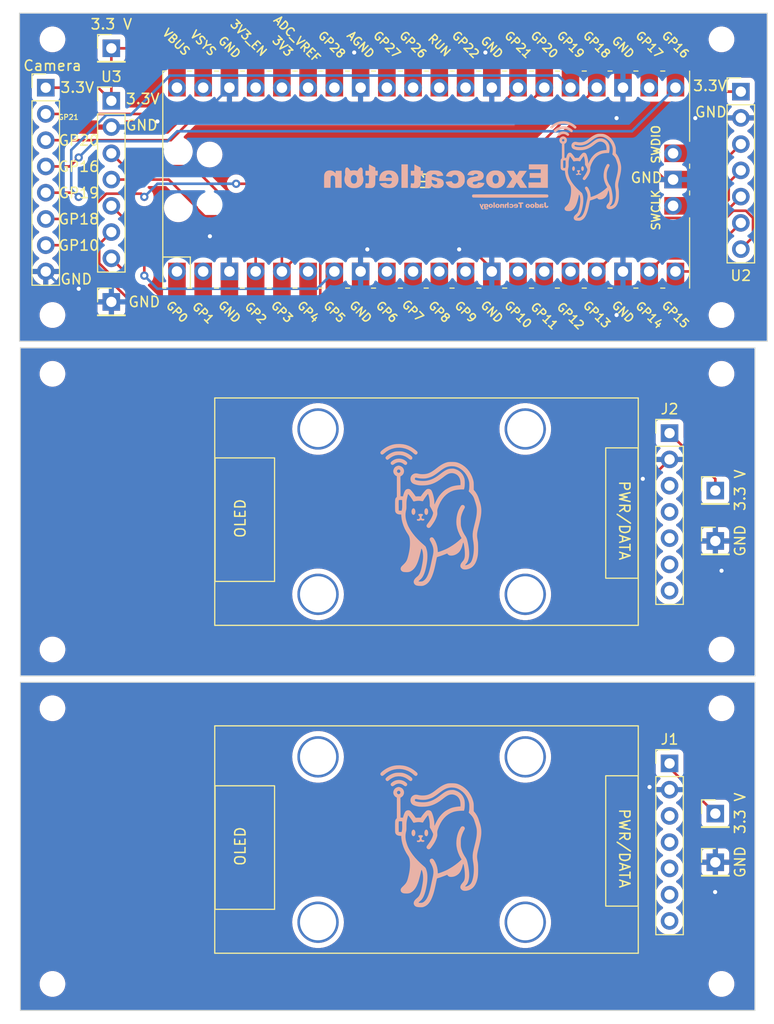
<source format=kicad_pcb>
(kicad_pcb (version 20240108) (generator "pcbnew") (generator_version "8.0")
  (layers (0 "F.Cu" signal) (31 "B.Cu" signal) (34 "B.Paste" user) (35 "F.Paste" user) (36 "B.SilkS" user "B.Silkscreen") (37 "F.SilkS" user "F.Silkscreen") (38 "B.Mask" user) (39 "F.Mask" user) (44 "Edge.Cuts" user))
  (net 0 "")
  (net 1 "GP15")
  (net 2 "GP13")
  (net 3 "GND")
  (net 4 "GP14")
  (net 5 "3.3V")
  (net 6 "GP3")
  (net 7 "GP2")
  (net 8 "GP6")
  (net 9 "GP5")
  (net 10 "GP7")
  (net 17 "/GP19")
  (net 18 "/GP20")
  (net 26 "/GP16")
  (net 36 "/GP18")
  (net 40 "/GP10")
  (net 50 "/GP21")
  (footprint "Connector_PinHeader_2.54mm:PinHeader_1x01_P2.54mm_Vertical" (layer "F.Cu") (at 173.39 112.64)
    (property "Reference" "GND" (at 2.4 -0.03 90) (layer "F.SilkS"))
    (property "Value" "TestPoint" (hide yes))
    (pad "1" thru_hole rect (at 0 0) (size 1.7 1.7) (drill 1) (layers "*.Cu" "*.Mask") (net 3 "GND"))
  )
  (footprint "Connector_PinHeader_2.54mm:PinHeader_1x07_P2.54mm_Vertical" (layer "F.Cu") (at 168.96 103.075)
    (property "Reference" "J1" (at 0 -2.33 0) (layer "F.SilkS"))
    (property "Value" "Conn_01x07_Pin" (hide yes))
    (pad "1" thru_hole rect (at 0 0) (size 1.7 1.7) (drill 1) (layers "*.Cu" "*.Mask") (net 5 "3.3V"))
    (pad "2" thru_hole oval (at 0 2.54) (size 1.7 1.7) (drill 1) (layers "*.Cu" "*.Mask") (net 3 "GND"))
    (pad "3" thru_hole oval (at 0 5.08) (size 1.7 1.7) (drill 1) (layers "*.Cu" "*.Mask") (net 6 "GP3"))
    (pad "4" thru_hole oval (at 0 7.62) (size 1.7 1.7) (drill 1) (layers "*.Cu" "*.Mask") (net 7 "GP2"))
    (pad "5" thru_hole oval (at 0 10.16) (size 1.7 1.7) (drill 1) (layers "*.Cu" "*.Mask") (net 2 "GP13"))
    (pad "6" thru_hole oval (at 0 12.7) (size 1.7 1.7) (drill 1) (layers "*.Cu" "*.Mask") (net 1 "GP15"))
    (pad "7" thru_hole oval (at 0 15.24) (size 1.7 1.7) (drill 1) (layers "*.Cu" "*.Mask") (net 4 "GP14"))
  )
  (footprint "MCU_RaspberryPi_and_Boards:RPi_Pico_SMD_TH" (layer "F.Cu") (at 145.4 46.585 90)
    (property "Reference" "U1" (at 0 0 90) (layer "F.SilkS"))
    (property "Value" "Pico")
    (fp_text user "SWDIO" (at 3.405 22.24 90) (layer "F.SilkS") (effects (font (size 0.8 0.8))))
    (fp_text user "GP9" (at -12.8 3.81 135) (layer "F.SilkS") (effects (font (size 0.8 0.8))))
    (fp_text user "GP20" (at 13.054 11.43 135) (layer "F.SilkS") (effects (font (size 0.8 0.8))))
    (fp_text user "GP6" (at -12.8 -3.81 135) (layer "F.SilkS") (effects (font (size 0.8 0.8))))
    (fp_text user "VSYS" (at 13.2 -21.59 135) (layer "F.SilkS") (effects (font (size 0.8 0.8))))
    (fp_text user "GP27" (at 13.054 -3.8 135) (layer "F.SilkS") (effects (font (size 0.8 0.8))))
    (fp_text user "GP28" (at 13.054 -9.144 135) (layer "F.SilkS") (effects (font (size 0.8 0.8))))
    (fp_text user "GP5" (at -12.8 -8.89 135) (layer "F.SilkS") (effects (font (size 0.8 0.8))))
    (fp_text user "AGND" (at 13.054 -6.35 135) (layer "F.SilkS") (effects (font (size 0.8 0.8))))
    (fp_text user "VBUS" (at 13.3 -24.2 135) (layer "F.SilkS") (effects (font (size 0.8 0.8))))
    (fp_text user "GP14" (at -13.1 21.59 135) (layer "F.SilkS") (effects (font (size 0.8 0.8))))
    (fp_text user "GND" (at -12.8 -6.35 135) (layer "F.SilkS") (effects (font (size 0.8 0.8))))
    (fp_text user "GND" (at 12.8 6.35 135) (layer "F.SilkS") (effects (font (size 0.8 0.8))))
    (fp_text user "GP12" (at -13.2 13.97 135) (layer "F.SilkS") (effects (font (size 0.8 0.8))))
    (fp_text user "GP16" (at 13.054 24.13 135) (layer "F.SilkS") (effects (font (size 0.8 0.8))))
    (fp_text user "GP8" (at -12.8 1.27 135) (layer "F.SilkS") (effects (font (size 0.8 0.8))))
    (fp_text user "GND" (at 12.8 19.05 135) (layer "F.SilkS") (effects (font (size 0.8 0.8))))
    (fp_text user "GND" (at -12.8 6.35 135) (layer "F.SilkS") (effects (font (size 0.8 0.8))))
    (fp_text user "RUN" (at 13 1.27 135) (layer "F.SilkS") (effects (font (size 0.8 0.8))))
    (fp_text user "GP22" (at 13.054 3.81 135) (layer "F.SilkS") (effects (font (size 0.8 0.8))))
    (fp_text user "GP21" (at 13.054 8.9 135) (layer "F.SilkS") (effects (font (size 0.8 0.8))))
    (fp_text user "3V3" (at 12.9 -13.9 135) (layer "F.SilkS") (effects (font (size 0.8 0.8))))
    (fp_text user "GP15" (at -13.054 24.13 135) (layer "F.SilkS") (effects (font (size 0.8 0.8))))
    (fp_text user "GP1" (at -12.9 -21.6 135) (layer "F.SilkS") (effects (font (size 0.8 0.8))))
    (fp_text user "GP10" (at -13.054 8.89 135) (layer "F.SilkS") (effects (font (size 0.8 0.8))))
    (fp_text user "SWCLK" (at -2.945 22.24 90) (layer "F.SilkS") (effects (font (size 0.8 0.8))))
    (fp_text user "GP2" (at -12.9 -16.51 135) (layer "F.SilkS") (effects (font (size 0.8 0.8))))
    (fp_text user "GP19" (at 13.054 13.97 135) (layer "F.SilkS") (effects (font (size 0.8 0.8))))
    (fp_text user "GP11" (at -13.2 11.43 135) (layer "F.SilkS") (effects (font (size 0.8 0.8))))
    (fp_text user "GP17" (at 13.054 21.59 135) (layer "F.SilkS") (effects (font (size 0.8 0.8))))
    (fp_text user "ADC_VREF" (at 13.6 -12.5 135) (layer "F.SilkS") (effects (font (size 0.8 0.8))))
    (fp_text user "GP3" (at -12.8 -13.97 135) (layer "F.SilkS") (effects (font (size 0.8 0.8))))
    (fp_text user "GP26" (at 13.054 -1.27 135) (layer "F.SilkS") (effects (font (size 0.8 0.8))))
    (fp_text user "GP18" (at 13.054 16.51 135) (layer "F.SilkS") (effects (font (size 0.8 0.8))))
    (fp_text user "GP0" (at -12.8 -24.13 135) (layer "F.SilkS") (effects (font (size 0.8 0.8))))
    (fp_text user "3V3_EN" (at 13.7 -17.2 135) (layer "F.SilkS") (effects (font (size 0.8 0.8))))
    (fp_text user "GND" (at 12.8 -19.05 135) (layer "F.SilkS") (effects (font (size 0.8 0.8))))
    (fp_text user "GND" (at -12.8 19.05 135) (layer "F.SilkS") (effects (font (size 0.8 0.8))))
    (fp_text user "GP7" (at -12.7 -1.3 135) (layer "F.SilkS") (effects (font (size 0.8 0.8))))
    (fp_text user "GP13" (at -13.054 16.51 135) (layer "F.SilkS") (effects (font (size 0.8 0.8))))
    (fp_text user "GND" (at -12.8 -19.05 135) (layer "F.SilkS") (effects (font (size 0.8 0.8))))
    (fp_text user "GP4" (at -12.8 -11.43 135) (layer "F.SilkS") (effects (font (size 0.8 0.8))))
    (pad "" np_thru_hole oval (at -2.725 -24 90) (size 1.8 1.8) (drill 1.8) (layers "F&B.Cu" "*.Mask"))
    (pad "" np_thru_hole oval (at -2.425 -20.97 90) (size 1.5 1.5) (drill 1.5) (layers "F&B.Cu" "*.Mask"))
    (pad "" np_thru_hole oval (at 2.425 -20.97 90) (size 1.5 1.5) (drill 1.5) (layers "F&B.Cu" "*.Mask"))
    (pad "" np_thru_hole oval (at 2.725 -24 90) (size 1.8 1.8) (drill 1.8) (layers "F&B.Cu" "*.Mask"))
    (pad "1" thru_hole oval (at -8.89 -24.13 90) (size 1.7 1.7) (drill 1.02) (layers "*.Cu" "*.Mask"))
    (pad "1" smd rect (at -8.89 -24.13 90) (size 3.5 1.7) (drill (offset -0.9 0)) (layers "F.Cu" "F.Mask"))
    (pad "2" thru_hole oval (at -8.89 -21.59 90) (size 1.7 1.7) (drill 1.02) (layers "*.Cu" "*.Mask"))
    (pad "2" smd rect (at -8.89 -21.59 90) (size 3.5 1.7) (drill (offset -0.9 0)) (layers "F.Cu" "F.Mask"))
    (pad "3" thru_hole rect (at -8.89 -19.05 90) (size 1.7 1.7) (drill 1.02) (layers "*.Cu" "*.Mask") (net 3 "GND"))
    (pad "3" smd rect (at -8.89 -19.05 90) (size 3.5 1.7) (drill (offset -0.9 0)) (layers "F.Cu" "F.Mask") (net 3 "GND"))
    (pad "4" thru_hole oval (at -8.89 -16.51 90) (size 1.7 1.7) (drill 1.02) (layers "*.Cu" "*.Mask") (net 7 "GP2"))
    (pad "4" smd rect (at -8.89 -16.51 90) (size 3.5 1.7) (drill (offset -0.9 0)) (layers "F.Cu" "F.Mask") (net 7 "GP2"))
    (pad "5" thru_hole oval (at -8.89 -13.97 90) (size 1.7 1.7) (drill 1.02) (layers "*.Cu" "*.Mask") (net 6 "GP3"))
    (pad "5" smd rect (at -8.89 -13.97 90) (size 3.5 1.7) (drill (offset -0.9 0)) (layers "F.Cu" "F.Mask") (net 6 "GP3"))
    (pad "6" thru_hole oval (at -8.89 -11.43 90) (size 1.7 1.7) (drill 1.02) (layers "*.Cu" "*.Mask"))
    (pad "6" smd rect (at -8.89 -11.43 90) (size 3.5 1.7) (drill (offset -0.9 0)) (layers "F.Cu" "F.Mask"))
    (pad "7" thru_hole oval (at -8.89 -8.89 90) (size 1.7 1.7) (drill 1.02) (layers "*.Cu" "*.Mask") (net 9 "GP5"))
    (pad "7" smd rect (at -8.89 -8.89 90) (size 3.5 1.7) (drill (offset -0.9 0)) (layers "F.Cu" "F.Mask") (net 9 "GP5"))
    (pad "8" thru_hole rect (at -8.89 -6.35 90) (size 1.7 1.7) (drill 1.02) (layers "*.Cu" "*.Mask") (net 3 "GND"))
    (pad "8" smd rect (at -8.89 -6.35 90) (size 3.5 1.7) (drill (offset -0.9 0)) (layers "F.Cu" "F.Mask") (net 3 "GND"))
    (pad "9" thru_hole oval (at -8.89 -3.81 90) (size 1.7 1.7) (drill 1.02) (layers "*.Cu" "*.Mask") (net 8 "GP6"))
    (pad "9" smd rect (at -8.89 -3.81 90) (size 3.5 1.7) (drill (offset -0.9 0)) (layers "F.Cu" "F.Mask") (net 8 "GP6"))
    (pad "10" thru_hole oval (at -8.89 -1.27 90) (size 1.7 1.7) (drill 1.02) (layers "*.Cu" "*.Mask") (net 10 "GP7"))
    (pad "10" smd rect (at -8.89 -1.27 90) (size 3.5 1.7) (drill (offset -0.9 0)) (layers "F.Cu" "F.Mask") (net 10 "GP7"))
    (pad "11" thru_hole oval (at -8.89 1.27 90) (size 1.7 1.7) (drill 1.02) (layers "*.Cu" "*.Mask"))
    (pad "11" smd rect (at -8.89 1.27 90) (size 3.5 1.7) (drill (offset -0.9 0)) (layers "F.Cu" "F.Mask"))
    (pad "12" thru_hole oval (at -8.89 3.81 90) (size 1.7 1.7) (drill 1.02) (layers "*.Cu" "*.Mask"))
    (pad "12" smd rect (at -8.89 3.81 90) (size 3.5 1.7) (drill (offset -0.9 0)) (layers "F.Cu" "F.Mask"))
    (pad "13" thru_hole rect (at -8.89 6.35 90) (size 1.7 1.7) (drill 1.02) (layers "*.Cu" "*.Mask") (net 3 "GND"))
    (pad "13" smd rect (at -8.89 6.35 90) (size 3.5 1.7) (drill (offset -0.9 0)) (layers "F.Cu" "F.Mask") (net 3 "GND"))
    (pad "14" thru_hole oval (at -8.89 8.89 90) (size 1.7 1.7) (drill 1.02) (layers "*.Cu" "*.Mask") (net 40 "/GP10"))
    (pad "14" smd rect (at -8.89 8.89 90) (size 3.5 1.7) (drill (offset -0.9 0)) (layers "F.Cu" "F.Mask") (net 40 "/GP10"))
    (pad "15" thru_hole oval (at -8.89 11.43 90) (size 1.7 1.7) (drill 1.02) (layers "*.Cu" "*.Mask"))
    (pad "15" smd rect (at -8.89 11.43 90) (size 3.5 1.7) (drill (offset -0.9 0)) (layers "F.Cu" "F.Mask"))
    (pad "16" thru_hole oval (at -8.89 13.97 90) (size 1.7 1.7) (drill 1.02) (layers "*.Cu" "*.Mask"))
    (pad "16" smd rect (at -8.89 13.97 90) (size 3.5 1.7) (drill (offset -0.9 0)) (layers "F.Cu" "F.Mask"))
    (pad "17" thru_hole oval (at -8.89 16.51 90) (size 1.7 1.7) (drill 1.02) (layers "*.Cu" "*.Mask") (net 2 "GP13"))
    (pad "17" smd rect (at -8.89 16.51 90) (size 3.5 1.7) (drill (offset -0.9 0)) (layers "F.Cu" "F.Mask") (net 2 "GP13"))
    (pad "18" thru_hole rect (at -8.89 19.05 90) (size 1.7 1.7) (drill 1.02) (layers "*.Cu" "*.Mask") (net 3 "GND"))
    (pad "18" smd rect (at -8.89 19.05 90) (size 3.5 1.7) (drill (offset -0.9 0)) (layers "F.Cu" "F.Mask") (net 3 "GND"))
    (pad "19" thru_hole oval (at -8.89 21.59 90) (size 1.7 1.7) (drill 1.02) (layers "*.Cu" "*.Mask") (net 4 "GP14"))
    (pad "19" smd rect (at -8.89 21.59 90) (size 3.5 1.7) (drill (offset -0.9 0)) (layers "F.Cu" "F.Mask") (net 4 "GP14"))
    (pad "20" thru_hole oval (at -8.89 24.13 90) (size 1.7 1.7) (drill 1.02) (layers "*.Cu" "*.Mask") (net 1 "GP15"))
    (pad "20" smd rect (at -8.89 24.13 90) (size 3.5 1.7) (drill (offset -0.9 0)) (layers "F.Cu" "F.Mask") (net 1 "GP15"))
    (pad "21" thru_hole oval (at 8.89 24.13 90) (size 1.7 1.7) (drill 1.02) (layers "*.Cu" "*.Mask") (net 26 "/GP16"))
    (pad "21" smd rect (at 8.89 24.13 90) (size 3.5 1.7) (drill (offset 0.9 0)) (layers "F.Cu" "F.Mask") (net 26 "/GP16"))
    (pad "22" thru_hole oval (at 8.89 21.59 90) (size 1.7 1.7) (drill 1.02) (layers "*.Cu" "*.Mask"))
    (pad "22" smd rect (at 8.89 21.59 90) (size 3.5 1.7) (drill (offset 0.9 0)) (layers "F.Cu" "F.Mask"))
    (pad "23" thru_hole rect (at 8.89 19.05 90) (size 1.7 1.7) (drill 1.02) (layers "*.Cu" "*.Mask") (net 3 "GND"))
    (pad "23" smd rect (at 8.89 19.05 90) (size 3.5 1.7) (drill (offset 0.9 0)) (layers "F.Cu" "F.Mask") (net 3 "GND"))
    (pad "24" thru_hole oval (at 8.89 16.51 90) (size 1.7 1.7) (drill 1.02) (layers "*.Cu" "*.Mask") (net 36 "/GP18"))
    (pad "24" smd rect (at 8.89 16.51 90) (size 3.5 1.7) (drill (offset 0.9 0)) (layers "F.Cu" "F.Mask") (net 36 "/GP18"))
    (pad "25" thru_hole oval (at 8.89 13.97 90) (size 1.7 1.7) (drill 1.02) (layers "*.Cu" "*.Mask") (net 17 "/GP19"))
    (pad "25" smd rect (at 8.89 13.97 90) (size 3.5 1.7) (drill (offset 0.9 0)) (layers "F.Cu" "F.Mask") (net 17 "/GP19"))
    (pad "26" thru_hole oval (at 8.89 11.43 90) (size 1.7 1.7) (drill 1.02) (layers "*.Cu" "*.Mask") (net 18 "/GP20"))
    (pad "26" smd rect (at 8.89 11.43 90) (size 3.5 1.7) (drill (offset 0.9 0)) (layers "F.Cu" "F.Mask") (net 18 "/GP20"))
    (pad "27" thru_hole oval (at 8.89 8.89 90) (size 1.7 1.7) (drill 1.02) (layers "*.Cu" "*.Mask") (net 50 "/GP21"))
    (pad "27" smd rect (at 8.89 8.89 90) (size 3.5 1.7) (drill (offset 0.9 0)) (layers "F.Cu" "F.Mask") (net 50 "/GP21"))
    (pad "28" thru_hole rect (at 8.89 6.35 90) (size 1.7 1.7) (drill 1.02) (layers "*.Cu" "*.Mask") (net 3 "GND"))
    (pad "28" smd rect (at 8.89 6.35 90) (size 3.5 1.7) (drill (offset 0.9 0)) (layers "F.Cu" "F.Mask") (net 3 "GND"))
    (pad "29" thru_hole oval (at 8.89 3.81 90) (size 1.7 1.7) (drill 1.02) (layers "*.Cu" "*.Mask"))
    (pad "29" smd rect (at 8.89 3.81 90) (size 3.5 1.7) (drill (offset 0.9 0)) (layers "F.Cu" "F.Mask"))
    (pad "30" thru_hole oval (at 8.89 1.27 90) (size 1.7 1.7) (drill 1.02) (layers "*.Cu" "*.Mask"))
    (pad "30" smd rect (at 8.89 1.27 90) (size 3.5 1.7) (drill (offset 0.9 0)) (layers "F.Cu" "F.Mask"))
    (pad "31" thru_hole oval (at 8.89 -1.27 90) (size 1.7 1.7) (drill 1.02) (layers "*.Cu" "*.Mask"))
    (pad "31" smd rect (at 8.89 -1.27 90) (size 3.5 1.7) (drill (offset 0.9 0)) (layers "F.Cu" "F.Mask"))
    (pad "32" thru_hole oval (at 8.89 -3.81 90) (size 1.7 1.7) (drill 1.02) (layers "*.Cu" "*.Mask"))
    (pad "32" smd rect (at 8.89 -3.81 90) (size 3.5 1.7) (drill (offset 0.9 0)) (layers "F.Cu" "F.Mask"))
    (pad "33" thru_hole rect (at 8.89 -6.35 90) (size 1.7 1.7) (drill 1.02) (layers "*.Cu" "*.Mask") (net 3 "GND"))
    (pad "33" smd rect (at 8.89 -6.35 90) (size 3.5 1.7) (drill (offset 0.9 0)) (layers "F.Cu" "F.Mask") (net 3 "GND"))
    (pad "34" thru_hole oval (at 8.89 -8.89 90) (size 1.7 1.7) (drill 1.02) (layers "*.Cu" "*.Mask"))
    (pad "34" smd rect (at 8.89 -8.89 90) (size 3.5 1.7) (drill (offset 0.9 0)) (layers "F.Cu" "F.Mask"))
    (pad "35" thru_hole oval (at 8.89 -11.43 90) (size 1.7 1.7) (drill 1.02) (layers "*.Cu" "*.Mask"))
    (pad "35" smd rect (at 8.89 -11.43 90) (size 3.5 1.7) (drill (offset 0.9 0)) (layers "F.Cu" "F.Mask"))
    (pad "36" thru_hole oval (at 8.89 -13.97 90) (size 1.7 1.7) (drill 1.02) (layers "*.Cu" "*.Mask") (net 5 "3.3V"))
    (pad "36" smd rect (at 8.89 -13.97 90) (size 3.5 1.7) (drill (offset 0.9 0)) (layers "F.Cu" "F.Mask") (net 5 "3.3V"))
    (pad "37" thru_hole oval (at 8.89 -16.51 90) (size 1.7 1.7) (drill 1.02) (layers "*.Cu" "*.Mask"))
    (pad "37" smd rect (at 8.89 -16.51 90) (size 3.5 1.7) (drill (offset 0.9 0)) (layers "F.Cu" "F.Mask"))
    (pad "38" thru_hole rect (at 8.89 -19.05 90) (size 1.7 1.7) (drill 1.02) (layers "*.Cu" "*.Mask") (net 3 "GND"))
    (pad "38" smd rect (at 8.89 -19.05 90) (size 3.5 1.7) (drill (offset 0.9 0)) (layers "F.Cu" "F.Mask") (net 3 "GND"))
    (pad "39" thru_hole oval (at 8.89 -21.59 90) (size 1.7 1.7) (drill 1.02) (layers "*.Cu" "*.Mask"))
    (pad "39" smd rect (at 8.89 -21.59 90) (size 3.5 1.7) (drill (offset 0.9 0)) (layers "F.Cu" "F.Mask"))
    (pad "40" thru_hole oval (at 8.89 -24.13 90) (size 1.7 1.7) (drill 1.02) (layers "*.Cu" "*.Mask"))
    (pad "40" smd rect (at 8.89 -24.13 90) (size 3.5 1.7) (drill (offset 0.9 0)) (layers "F.Cu" "F.Mask"))
    (pad "41" thru_hole oval (at -2.54 23.9 90) (size 1.7 1.7) (drill 1.02) (layers "*.Cu" "*.Mask"))
    (pad "41" smd rect (at -2.54 23.9 180) (size 3.5 1.7) (drill (offset -0.9 0)) (layers "F.Cu" "F.Mask"))
    (pad "42" thru_hole rect (at 0 23.9 90) (size 1.7 1.7) (drill 1.02) (layers "*.Cu" "*.Mask") (net 3 "GND"))
    (pad "42" smd rect (at 0 23.9 180) (size 3.5 1.7) (drill (offset -0.9 0)) (layers "F.Cu" "F.Mask") (net 3 "GND"))
    (pad "43" thru_hole oval (at 2.54 23.9 90) (size 1.7 1.7) (drill 1.02) (layers "*.Cu" "*.Mask"))
    (pad "43" smd rect (at 2.54 23.9 180) (size 3.5 1.7) (drill (offset -0.9 0)) (layers "F.Cu" "F.Mask"))
  )
  (footprint "Connector_PinHeader_2.54mm:PinHeader_1x01_P2.54mm_Vertical" (layer "F.Cu") (at 114.92 58.42)
    (property "Reference" "GND" (at 3.19 0 0) (layer "F.SilkS"))
    (property "Value" "TestPoint" (hide yes))
    (pad "1" thru_hole rect (at 0 0) (size 1.7 1.7) (drill 1) (layers "*.Cu" "*.Mask") (net 3 "GND"))
  )
  (footprint "MountingHole:MountingHole_2mm" (layer "F.Cu") (at 109.22 97.74)
    (property "Reference" "REF**" (hide yes))
    (property "Value" "MountingHole_2mm" (hide yes))
    (pad "" np_thru_hole circle (at 0 0) (size 2 2) (drill 2) (layers "F&B.Cu" "*.Mask"))
  )
  (footprint "MountingHole:MountingHole_2mm" (layer "F.Cu") (at 173.99 92.05)
    (property "Reference" "REF**" (hide yes))
    (property "Value" "MountingHole_2mm" (hide yes))
    (pad "" np_thru_hole circle (at 0 0) (size 2 2) (drill 2) (layers "F&B.Cu" "*.Mask"))
  )
  (footprint "Connector_PinHeader_2.54mm:PinHeader_1x01_P2.54mm_Vertical" (layer "F.Cu") (at 173.39 76.67)
    (property "Reference" "3.3 V" (at 2.4 -0.03 90) (layer "F.SilkS"))
    (property "Value" "TestPoint" (hide yes))
    (pad "1" thru_hole rect (at 0 0) (size 1.7 1.7) (drill 1) (layers "*.Cu" "*.Mask") (net 5 "3.3V"))
  )
  (footprint "Connector_PinHeader_2.54mm:PinHeader_1x08_P2.54mm_Vertical" (layer "F.Cu") (at 108.57 37.695)
    (property "Reference" "U4" (hide yes))
    (property "Value" "Camera" (at 0.65 -2.135 0) (layer "F.SilkS"))
    (pad "1" thru_hole rect (at 0 0) (size 1.7 1.7) (drill 1) (layers "*.Cu" "*.Mask") (net 5 "3.3V"))
    (pad "2" thru_hole oval (at 0 2.54) (size 1.7 1.7) (drill 1) (layers "*.Cu" "*.Mask") (net 50 "/GP21"))
    (pad "3" thru_hole oval (at 0 5.08) (size 1.7 1.7) (drill 1) (layers "*.Cu" "*.Mask") (net 18 "/GP20"))
    (pad "4" thru_hole oval (at 0 7.62) (size 1.7 1.7) (drill 1) (layers "*.Cu" "*.Mask") (net 26 "/GP16"))
    (pad "5" thru_hole oval (at 0 10.16) (size 1.7 1.7) (drill 1) (layers "*.Cu" "*.Mask") (net 17 "/GP19"))
    (pad "6" thru_hole oval (at 0 12.7) (size 1.7 1.7) (drill 1) (layers "*.Cu" "*.Mask") (net 36 "/GP18"))
    (pad "7" thru_hole oval (at 0 15.24) (size 1.7 1.7) (drill 1) (layers "*.Cu" "*.Mask") (net 40 "/GP10"))
    (pad "8" thru_hole oval (at 0 17.78) (size 1.7 1.7) (drill 1) (layers "*.Cu" "*.Mask") (net 3 "GND"))
  )
  (footprint "MountingHole:MountingHole_2mm" (layer "F.Cu") (at 173.99 97.74)
    (property "Reference" "REF**" (hide yes))
    (property "Value" "MountingHole_2mm" (hide yes))
    (pad "" np_thru_hole circle (at 0 0) (size 2 2) (drill 2) (layers "F&B.Cu" "*.Mask"))
  )
  (footprint "MountingHole:MountingHole_2mm" (layer "F.Cu") (at 109.22 92.05)
    (property "Reference" "REF**" (hide yes))
    (property "Value" "MountingHole_2mm" (hide yes))
    (pad "" np_thru_hole circle (at 0 0) (size 2 2) (drill 2) (layers "F&B.Cu" "*.Mask"))
  )
  (footprint "MountingHole:MountingHole_2mm" (layer "F.Cu") (at 173.99 124.41)
    (property "Reference" "REF**" (hide yes))
    (property "Value" "MountingHole_2mm" (hide yes))
    (pad "" np_thru_hole circle (at 0 0) (size 2 2) (drill 2) (layers "F&B.Cu" "*.Mask"))
  )
  (footprint "MountingHole:MountingHole_2mm" (layer "F.Cu") (at 109.22 124.41)
    (property "Reference" "REF**" (hide yes))
    (property "Value" "MountingHole_2mm" (hide yes))
    (pad "" np_thru_hole circle (at 0 0) (size 2 2) (drill 2) (layers "F&B.Cu" "*.Mask"))
  )
  (footprint "MountingHole:MountingHole_2mm" (layer "F.Cu") (at 173.99 33.02)
    (property "Reference" "REF**" (hide yes))
    (property "Value" "MountingHole_2mm" (hide yes))
    (pad "" np_thru_hole circle (at 0 0) (size 2 2) (drill 2) (layers "F&B.Cu" "*.Mask"))
  )
  (footprint "MountingHole:MountingHole_2mm" (layer "F.Cu") (at 109.22 33.02)
    (property "Reference" "REF**" (hide yes))
    (property "Value" "MountingHole_2mm" (hide yes))
    (pad "" np_thru_hole circle (at 0 0) (size 2 2) (drill 2) (layers "F&B.Cu" "*.Mask"))
  )
  (footprint "MountingHole:MountingHole_2mm" (layer "F.Cu") (at 109.22 65.38)
    (property "Reference" "REF**" (hide yes))
    (property "Value" "MountingHole_2mm" (hide yes))
    (pad "" np_thru_hole circle (at 0 0) (size 2 2) (drill 2) (layers "F&B.Cu" "*.Mask"))
  )
  (footprint "Connector_PinHeader_2.54mm:PinHeader_1x07_P2.54mm_Vertical" (layer "F.Cu") (at 168.96 71.12)
    (property "Reference" "J2" (at 0 -2.33 0) (layer "F.SilkS"))
    (property "Value" "Conn_01x07_Pin" (hide yes))
    (pad "1" thru_hole rect (at 0 0) (size 1.7 1.7) (drill 1) (layers "*.Cu" "*.Mask") (net 5 "3.3V"))
    (pad "2" thru_hole oval (at 0 2.54) (size 1.7 1.7) (drill 1) (layers "*.Cu" "*.Mask") (net 3 "GND"))
    (pad "3" thru_hole oval (at 0 5.08) (size 1.7 1.7) (drill 1) (layers "*.Cu" "*.Mask") (net 6 "GP3"))
    (pad "4" thru_hole oval (at 0 7.62) (size 1.7 1.7) (drill 1) (layers "*.Cu" "*.Mask") (net 7 "GP2"))
    (pad "5" thru_hole oval (at 0 10.16) (size 1.7 1.7) (drill 1) (layers "*.Cu" "*.Mask") (net 9 "GP5"))
    (pad "6" thru_hole oval (at 0 12.7) (size 1.7 1.7) (drill 1) (layers "*.Cu" "*.Mask") (net 10 "GP7"))
    (pad "7" thru_hole oval (at 0 15.24) (size 1.7 1.7) (drill 1) (layers "*.Cu" "*.Mask") (net 8 "GP6"))
  )
  (footprint "Connector_PinHeader_2.54mm:PinHeader_1x01_P2.54mm_Vertical" (layer "F.Cu") (at 114.92 33.885)
    (property "Reference" "3.3 V" (at 0 -2.33 0) (layer "F.SilkS"))
    (property "Value" "TestPoint" (hide yes))
    (pad "1" thru_hole rect (at 0 0) (size 1.7 1.7) (drill 1) (layers "*.Cu" "*.Mask") (net 5 "3.3V"))
  )
  (footprint "Connector_PinHeader_2.54mm:PinHeader_1x01_P2.54mm_Vertical" (layer "F.Cu") (at 173.39 81.55)
    (property "Reference" "GND" (at 2.4 -0.03 90) (layer "F.SilkS"))
    (property "Value" "TestPoint" (hide yes))
    (pad "1" thru_hole rect (at 0 0) (size 1.7 1.7) (drill 1) (layers "*.Cu" "*.Mask") (net 3 "GND"))
  )
  (footprint "Connector_PinHeader_2.54mm:PinHeader_1x07_P2.54mm_Vertical" (layer "F.Cu") (at 114.92 38.965)
    (property "Reference" "U3" (at 0 -2.33 0) (layer "F.SilkS"))
    (property "Value" "OLED Driver" (hide yes))
    (pad "1" thru_hole rect (at 0 0) (size 1.7 1.7) (drill 1) (layers "*.Cu" "*.Mask") (net 5 "3.3V"))
    (pad "2" thru_hole oval (at 0 2.54) (size 1.7 1.7) (drill 1) (layers "*.Cu" "*.Mask") (net 3 "GND"))
    (pad "3" thru_hole oval (at 0 5.08) (size 1.7 1.7) (drill 1) (layers "*.Cu" "*.Mask") (net 6 "GP3"))
    (pad "4" thru_hole oval (at 0 7.62) (size 1.7 1.7) (drill 1) (layers "*.Cu" "*.Mask") (net 7 "GP2"))
    (pad "5" thru_hole oval (at 0 10.16) (size 1.7 1.7) (drill 1) (layers "*.Cu" "*.Mask") (net 9 "GP5"))
    (pad "6" thru_hole oval (at 0 12.7) (size 1.7 1.7) (drill 1) (layers "*.Cu" "*.Mask") (net 10 "GP7"))
    (pad "7" thru_hole oval (at 0 15.24) (size 1.7 1.7) (drill 1) (layers "*.Cu" "*.Mask") (net 8 "GP6"))
  )
  (footprint "Connector_PinHeader_2.54mm:PinHeader_1x01_P2.54mm_Vertical" (layer "F.Cu") (at 173.39 107.93)
    (property "Reference" "3.3 V" (at 2.4 -0.03 90) (layer "F.SilkS"))
    (property "Value" "TestPoint" (hide yes))
    (pad "1" thru_hole rect (at 0 0) (size 1.7 1.7) (drill 1) (layers "*.Cu" "*.Mask") (net 5 "3.3V"))
  )
  (footprint "MountingHole:MountingHole_2mm" (layer "F.Cu") (at 173.99 65.38)
    (property "Reference" "REF**" (hide yes))
    (property "Value" "MountingHole_2mm" (hide yes))
    (pad "" np_thru_hole circle (at 0 0) (size 2 2) (drill 2) (layers "F&B.Cu" "*.Mask"))
  )
  (footprint "MountingHole:MountingHole_2mm" (layer "F.Cu") (at 109.22 59.69)
    (property "Reference" "REF**" (hide yes))
    (property "Value" "MountingHole_2mm" (hide yes))
    (pad "" np_thru_hole circle (at 0 0) (size 2 2) (drill 2) (layers "F&B.Cu" "*.Mask"))
  )
  (footprint "MCU_RaspberryPi_and_Boards:OLED Driver" (layer "F.Cu") (at 155.64 112.37 180)
    (property "Reference" "REF**" (hide yes))
    (property "Value" "OLED Driver")
    (fp_text user "PWR/DATA" (at -8.36 5.01 -90) (layer "F.SilkS") (effects (justify left bottom)))
    (fp_text user "OLED" (at 27.65 -0.7 90) (layer "F.SilkS") (effects (justify left bottom)))
    (pad "" np_thru_hole circle (at 0.65 -6.07 180) (size 4 4) (drill 3.5) (layers "*.Cu" "*.Mask"))
    (pad "" np_thru_hole circle (at 0.65 9.93 180) (size 4 4) (drill 3.5) (layers "*.Cu" "*.Mask"))
    (pad "" np_thru_hole circle (at 20.71 -6.07 180) (size 4 4) (drill 3.5) (layers "*.Cu" "*.Mask"))
    (pad "" np_thru_hole circle (at 20.71 9.93 180) (size 4 4) (drill 3.5) (layers "*.Cu" "*.Mask"))
  )
  (footprint "MountingHole:MountingHole_2mm" (layer "F.Cu") (at 173.99 59.69)
    (property "Reference" "REF**" (hide yes))
    (property "Value" "MountingHole_2mm" (hide yes))
    (pad "" np_thru_hole circle (at 0 0) (size 2 2) (drill 2) (layers "F&B.Cu" "*.Mask"))
  )
  (footprint "Connector_PinHeader_2.54mm:PinHeader_1x07_P2.54mm_Vertical" (layer "F.Cu") (at 175.86 38.075)
    (property "Reference" "U2" (at 0 17.805 0) (layer "F.SilkS"))
    (property "Value" "OLED Driver" (hide yes))
    (pad "1" thru_hole rect (at 0 0) (size 1.7 1.7) (drill 1) (layers "*.Cu" "*.Mask") (net 5 "3.3V"))
    (pad "2" thru_hole oval (at 0 2.54) (size 1.7 1.7) (drill 1) (layers "*.Cu" "*.Mask") (net 3 "GND"))
    (pad "3" thru_hole oval (at 0 5.08) (size 1.7 1.7) (drill 1) (layers "*.Cu" "*.Mask") (net 6 "GP3"))
    (pad "4" thru_hole oval (at 0 7.62) (size 1.7 1.7) (drill 1) (layers "*.Cu" "*.Mask") (net 7 "GP2"))
    (pad "5" thru_hole oval (at 0 10.16) (size 1.7 1.7) (drill 1) (layers "*.Cu" "*.Mask") (net 2 "GP13"))
    (pad "6" thru_hole oval (at 0 12.7) (size 1.7 1.7) (drill 1) (layers "*.Cu" "*.Mask") (net 1 "GP15"))
    (pad "7" thru_hole oval (at 0 15.24) (size 1.7 1.7) (drill 1) (layers "*.Cu" "*.Mask") (net 4 "GP14"))
  )
  (footprint "MCU_RaspberryPi_and_Boards:OLED Driver" (layer "F.Cu") (at 155.64 80.645 180)
    (property "Reference" "REF**" (hide yes))
    (property "Value" "OLED Driver")
    (fp_text user "OLED" (at 27.65 -0.7 90) (layer "F.SilkS") (effects (justify left bottom)))
    (fp_text user "PWR/DATA" (at -8.36 5.01 -90) (layer "F.SilkS") (effects (justify left bottom)))
    (pad "" np_thru_hole circle (at 0.65 -6.07 180) (size 4 4) (drill 3.5) (layers "*.Cu" "*.Mask"))
    (pad "" np_thru_hole circle (at 0.65 9.93 180) (size 4 4) (drill 3.5) (layers "*.Cu" "*.Mask"))
    (pad "" np_thru_hole circle (at 20.71 -6.07 180) (size 4 4) (drill 3.5) (layers "*.Cu" "*.Mask"))
    (pad "" np_thru_hole circle (at 20.71 9.93 180) (size 4 4) (drill 3.5) (layers "*.Cu" "*.Mask"))
  )
  (footprint "logo:logo_Horizontal_small" (layer "B.Cu") (at 149.86 45.72 180)
    (property "Reference" "G***" (hide yes))
    (property "Value" "LOGO" (hide yes))
  )
  (footprint "logo:logo_small" (layer "B.Cu") (at 146.75 109.83 180)
    (property "Reference" "G***" (hide yes))
    (property "Value" "LOGO" (hide yes))
  )
  (footprint "logo:logo_small" (layer "B.Cu") (at 146.75 78.74 180)
    (property "Reference" "G***" (hide yes))
    (property "Value" "LOGO" (hide yes))
  )
  (gr_rect (start 106.03 30.48) (end 178.42 62.23) (stroke (width 0.1)) (fill none) (layer "Edge.Cuts"))
  (gr_rect (start 106.11 62.865) (end 177.23 94.615) (stroke (width 0.1)) (fill none) (layer "Edge.Cuts"))
  (gr_rect (start 106.11 95.225) (end 177.23 126.975) (stroke (width 0.1)) (fill none) (layer "Edge.Cuts"))
  (gr_text "GP21" (at 109.72 40.84 0) (layer "F.SilkS") (effects (font (size 0.5 0.5) (thickness 0.1) (bold yes)) (justify left bottom)))
  (gr_text "GP16" (at 109.72 45.92 0) (layer "F.SilkS") (effects (font (size 1 1)) (justify left bottom)))
  (gr_text "GND" (at 165.1 46.99 0) (layer "F.SilkS") (effects (font (size 1 1)) (justify left bottom)))
  (gr_text "GP10" (at 109.72 53.54 0) (layer "F.SilkS") (effects (font (size 1 1)) (justify left bottom)))
  (gr_text "GP19" (at 109.72 48.46 0) (layer "F.SilkS") (effects (font (size 1 1)) (justify left bottom)))
  (gr_text "GND" (at 109.9 56.805 0) (layer "F.SilkS") (effects (font (size 1 1)) (justify left bottom)))
  (gr_text "3.3V" (at 109.9 38.265 0) (layer "F.SilkS") (effects (font (size 1 1)) (justify left bottom)))
  (gr_text "3.3V" (at 171.15 38.1 0) (layer "F.SilkS") (effects (font (size 1 1)) (justify left bottom)))
  (gr_text "3.3V" (at 116.24 39.37 0) (layer "F.SilkS") (effects (font (size 1 1)) (justify left bottom)))
  (gr_text "GP18" (at 109.72 51 0) (layer "F.SilkS") (effects (font (size 1 1)) (justify left bottom)))
  (gr_text "GND" (at 171.340476 40.64 0) (layer "F.SilkS") (effects (font (size 1 1)) (justify left bottom)))
  (gr_text "GND" (at 116.24 41.91 0) (layer "F.SilkS") (effects (font (size 1 1)) (justify left bottom)))
  (gr_text "GP20" (at 109.72 43.38 0) (layer "F.SilkS") (effects (font (size 1 1)) (justify left bottom)))
  (segment (start 175.86 50.775) (end 171.16 55.475) (width 0.25) (layer "F.Cu") (net 1))
  (segment (start 171.16 55.475) (end 169.53 55.475) (width 0.25) (layer "F.Cu") (net 1))
  (segment (start 172.3725 51.7225) (end 170.755 53.34) (width 0.25) (layer "F.Cu") (net 2))
  (segment (start 164.045 53.34) (end 161.91 55.475) (width 0.25) (layer "F.Cu") (net 2))
  (segment (start 172.3725 51.7225) (end 174.945 49.15) (width 0.25) (layer "F.Cu") (net 2))
  (segment (start 170.755 53.34) (end 164.045 53.34) (width 0.25) (layer "F.Cu") (net 2))
  (segment (start 175.86 48.235) (end 172.3725 51.7225) (width 0.25) (layer "F.Cu") (net 2))
  (segment (start 168.96 73.66) (end 167.08 75.54) (width 0.25) (layer "F.Cu") (net 3))
  (segment (start 149.86 53.34) (end 148.59 53.34) (width 0.25) (layer "F.Cu") (net 3))
  (segment (start 169.3 46.585) (end 168.505 46.585) (width 0.25) (layer "F.Cu") (net 3))
  (segment (start 114.92 41.505) (end 118.835 41.505) (width 0.25) (layer "F.Cu") (net 3))
  (segment (start 164.45 59.07) (end 164.45 55.475) (width 0.25) (layer "F.Cu") (net 3))
  (segment (start 173.39 83.83) (end 173.99 84.43) (width 0.25) (layer "F.Cu") (net 3))
  (segment (start 167.08 75.54) (end 166.37 75.54) (width 0.25) (layer "F.Cu") (net 3))
  (segment (start 139.05 37.695) (end 139.05 34.91) (width 0.25) (layer "F.Cu") (net 3))
  (segment (start 168.505 46.585) (end 163.83 41.91) (width 0.25) (layer "F.Cu") (net 3))
  (segment (start 151.75 55.475) (end 151.75 55.23) (width 0.25) (layer "F.Cu") (net 3))
  (segment (start 118.835 41.505) (end 119.38 40.96) (width 0.25) (layer "F.Cu") (net 3))
  (segment (start 139.05 34.91) (end 138.43 34.29) (width 0.25) (layer "F.Cu") (net 3))
  (segment (start 167.275 105.615) (end 167.02 105.36) (width 0.25) (layer "F.Cu") (net 3))
  (segment (start 175.86 40.615) (end 171.475 40.615) (width 0.25) (layer "F.Cu") (net 3))
  (segment (start 173.39 115.5) (end 173.37 115.52) (width 0.25) (layer "F.Cu") (net 3))
  (segment (start 113.03 58.42) (end 114.92 58.42) (width 0.25) (layer "F.Cu") (net 3))
  (segment (start 126.35 53.96) (end 124.46 52.07) (width 0.25) (layer "F.Cu") (net 3))
  (segment (start 163.83 59.69) (end 164.45 59.07) (width 0.25) (layer "F.Cu") (net 3))
  (segment (start 168.96 105.615) (end 167.275 105.615) (width 0.25) (layer "F.Cu") (net 3))
  (segment (start 151.75 55.23) (end 149.86 53.34) (width 0.25) (layer "F.Cu") (net 3))
  (segment (start 173.39 112.64) (end 173.39 115.5) (width 0.25) (layer "F.Cu") (net 3))
  (segment (start 163.83 41.91) (end 163.83 40.64) (width 0.25) (layer "F.Cu") (net 3))
  (segment (start 139.05 55.475) (end 139.05 53.99) (width 0.25) (layer "F.Cu") (net 3))
  (segment (start 111.76 57.15) (end 113.03 58.42) (width 0.25) (layer "F.Cu") (net 3))
  (segment (start 139.05 53.99) (end 139.7 53.34) (width 0.25) (layer "F.Cu") (net 3))
  (segment (start 171.475 40.615) (end 171.45 40.64) (width 0.25) (layer "F.Cu") (net 3))
  (segment (start 151.75 37.695) (end 151.75 34.91) (width 0.25) (layer "F.Cu") (net 3))
  (segment (start 173.39 81.55) (end 173.39 83.83) (width 0.25) (layer "F.Cu") (net 3))
  (segment (start 126.35 55.475) (end 126.35 53.96) (width 0.25) (layer "F.Cu") (net 3))
  (segment (start 151.75 34.91) (end 151.13 34.29) (width 0.25) (layer "F.Cu") (net 3))
  (via (at 138.43 34.29) (size 0.8) (drill 0.4) (layers "F.Cu" "B.Cu") (net 3))
  (via (at 171.45 40.64) (size 0.8) (drill 0.4) (layers "F.Cu" "B.Cu") (net 3))
  (via (at 166.37 75.54) (size 0.8) (drill 0.4) (layers "F.Cu" "B.Cu") (net 3))
  (via (at 163.83 40.64) (size 0.8) (drill 0.4) (layers "F.Cu" "B.Cu") (net 3))
  (via (at 119.38 40.96) (size 0.8) (drill 0.4) (layers "F.Cu" "B.Cu") (net 3))
  (via (at 148.59 53.34) (size 0.8) (drill 0.4) (layers "F.Cu" "B.Cu") (net 3))
  (via (at 173.99 84.43) (size 0.8) (drill 0.4) (layers "F.Cu" "B.Cu") (net 3))
  (via (at 151.13 34.29) (size 0.8) (drill 0.4) (layers "F.Cu" "B.Cu") (net 3))
  (via (at 167.02 105.36) (size 0.8) (drill 0.4) (layers "F.Cu" "B.Cu") (net 3))
  (via (at 124.46 52.07) (size 0.8) (drill 0.4) (layers "F.Cu" "B.Cu") (net 3))
  (via (at 163.83 59.69) (size 0.8) (drill 0.4) (layers "F.Cu" "B.Cu") (net 3))
  (via (at 139.7 53.34) (size 0.8) (drill 0.4) (layers "F.Cu" "B.Cu") (net 3))
  (via (at 173.37 115.52) (size 0.8) (drill 0.4) (layers "F.Cu" "B.Cu") (net 3))
  (via (at 111.76 57.15) (size 0.8) (drill 0.4) (layers "F.Cu" "B.Cu") (net 3))
  (segment (start 119.38 40.96) (end 123.085 40.96) (width 0.25) (layer "B.Cu") (net 3))
  (segment (start 163.83 40.64) (end 164.45 40.02) (width 0.25) (layer "B.Cu") (net 3))
  (segment (start 110.245 57.15) (end 108.57 55.475) (width 0.25) (layer "B.Cu") (net 3))
  (segment (start 164.45 40.02) (end 164.45 37.695) (width 0.25) (layer "B.Cu") (net 3))
  (segment (start 111.76 57.15) (end 110.245 57.15) (width 0.25) (layer "B.Cu") (net 3))
  (segment (start 123.085 40.96) (end 126.35 37.695) (width 0.25) (layer "B.Cu") (net 3))
  (segment (start 170.526396 54.205) (end 175.131396 49.6) (width 0.25) (layer "F.Cu") (net 4))
  (segment (start 175.131396 49.6) (end 176.346701 49.6) (width 0.25) (layer "F.Cu") (net 4))
  (segment (start 166.99 55.475) (end 168.26 54.205) (width 0.25) (layer "F.Cu") (net 4))
  (segment (start 177.035 52.14) (end 175.86 53.315) (width 0.25) (layer "F.Cu") (net 4))
  (segment (start 176.346701 49.6) (end 177.035 50.288299) (width 0.25) (layer "F.Cu") (net 4))
  (segment (start 177.035 50.288299) (end 177.035 52.14) (width 0.25) (layer "F.Cu") (net 4))
  (segment (start 168.26 54.205) (end 170.526396 54.205) (width 0.25) (layer "F.Cu") (net 4))
  (segment (start 168.91 33.02) (end 132.94 33.02) (width 0.25) (layer "F.Cu") (net 5))
  (segment (start 108.57 37.695) (end 113.65 37.695) (width 0.25) (layer "F.Cu") (net 5))
  (segment (start 130.405 33.885) (end 114.92 33.885) (width 0.25) (layer "F.Cu") (net 5))
  (segment (start 173.39 75.55) (end 168.96 71.12) (width 0.25) (layer "F.Cu") (net 5))
  (segment (start 113.65 37.695) (end 114.92 38.965) (width 0.25) (layer "F.Cu") (net 5))
  (segment (start 175.86 38.075) (end 173.965 38.075) (width 0.25) (layer "F.Cu") (net 5))
  (segment (start 168.96 103.5) (end 168.96 103.075) (width 0.25) (layer "F.Cu") (net 5))
  (segment (start 132.94 33.02) (end 131.24 34.72) (width 0.25) (layer "F.Cu") (net 5))
  (segment (start 173.39 107.93) (end 168.96 103.5) (width 0.25) (layer "F.Cu") (net 5))
  (segment (start 131.43 34.91) (end 130.405 33.885) (width 0.25) (layer "F.Cu") (net 5))
  (segment (start 173.39 76.67) (end 173.39 75.55) (width 0.25) (layer "F.Cu") (net 5))
  (segment (start 114.92 38.965) (end 114.92 33.885) (width 0.25) (layer "F.Cu") (net 5))
  (segment (start 131.43 37.695) (end 131.43 34.91) (width 0.25) (layer "F.Cu") (net 5))
  (segment (start 173.965 38.075) (end 168.91 33.02) (width 0.25) (layer "F.Cu") (net 5))
  (segment (start 173.99 48.585) (end 173.99 45.025) (width 0.25) (layer "F.Cu") (net 6))
  (segment (start 116.16 45.285) (end 122.755 45.285) (width 0.25) (layer "F.Cu") (net 6))
  (segment (start 122.755 45.285) (end 131.43 53.96) (width 0.25) (layer "F.Cu") (net 6))
  (segment (start 131.43 53.96) (end 131.43 55.475) (width 0.25) (layer "F.Cu") (net 6))
  (segment (start 173.99 45.025) (end 175.86 43.155) (width 0.25) (layer "F.Cu") (net 6))
  (segment (start 114.92 44.045) (end 116.16 45.285) (width 0.25) (layer "F.Cu") (net 6))
  (segment (start 131.43 55.475) (end 136.605 50.3) (width 0.25) (layer "F.Cu") (net 6))
  (segment (start 136.605 50.3) (end 172.275 50.3) (width 0.25) (layer "F.Cu") (net 6))
  (segment (start 172.275 50.3) (end 173.99 48.585) (width 0.25) (layer "F.Cu") (net 6))
  (segment (start 174.685 48.526396) (end 172.461396 50.75) (width 0.25) (layer "F.Cu") (net 7))
  (segment (start 130.255 58.45) (end 128.89 57.085) (width 0.25) (layer "F.Cu") (net 7))
  (segment (start 172.461396 50.75) (end 138.695 50.75) (width 0.25) (layer "F.Cu") (net 7))
  (segment (start 123.96401 50.135) (end 125.065 50.135) (width 0.25) (layer "F.Cu") (net 7))
  (segment (start 135.145 54.3) (end 135.145 58.45) (width 0.25) (layer "F.Cu") (net 7))
  (segment (start 175.86 45.695) (end 174.685 46.87) (width 0.25) (layer "F.Cu") (net 7))
  (segment (start 135.145 58.45) (end 130.255 58.45) (width 0.25) (layer "F.Cu") (net 7))
  (segment (start 138.695 50.75) (end 135.145 54.3) (width 0.25) (layer "F.Cu") (net 7))
  (segment (start 174.685 46.87) (end 174.685 48.526396) (width 0.25) (layer "F.Cu") (net 7))
  (segment (start 128.89 53.96) (end 128.89 55.475) (width 0.25) (layer "F.Cu") (net 7))
  (segment (start 123.19 49.296878) (end 123.19 49.36099) (width 0.25) (layer "F.Cu") (net 7))
  (segment (start 128.89 57.085) (end 128.89 55.475) (width 0.25) (layer "F.Cu") (net 7))
  (segment (start 120.478122 46.585) (end 123.19 49.296878) (width 0.25) (layer "F.Cu") (net 7))
  (segment (start 123.19 49.36099) (end 123.96401 50.135) (width 0.25) (layer "F.Cu") (net 7))
  (segment (start 125.065 50.135) (end 128.89 53.96) (width 0.25) (layer "F.Cu") (net 7))
  (segment (start 114.92 46.585) (end 120.478122 46.585) (width 0.25) (layer "F.Cu") (net 7))
  (segment (start 139.775 58.9) (end 141.59 57.085) (width 0.25) (layer "F.Cu") (net 8))
  (segment (start 114.92 54.205) (end 119.615 58.9) (width 0.25) (layer "F.Cu") (net 8))
  (segment (start 119.615 58.9) (end 139.775 58.9) (width 0.25) (layer "F.Cu") (net 8))
  (segment (start 141.59 57.085) (end 141.59 55.475) (width 0.25) (layer "F.Cu") (net 8))
  (segment (start 118.11 52.315) (end 118.11 55.88) (width 0.25) (layer "F.Cu") (net 9))
  (segment (start 114.92 49.125) (end 118.11 52.315) (width 0.25) (layer "F.Cu") (net 9))
  (via (at 118.11 55.88) (size 0.8) (drill 0.4) (layers "F.Cu" "B.Cu") (net 9))
  (segment (start 134.835 57.15) (end 136.51 55.475) (width 0.25) (layer "B.Cu") (net 9))
  (segment (start 119.38 57.15) (end 134.835 57.15) (width 0.25) (layer "B.Cu") (net 9))
  (segment (start 118.11 55.88) (end 119.38 57.15) (width 0.25) (layer "B.Cu") (net 9))
  (segment (start 144.13 57.085) (end 144.13 55.475) (width 0.25) (layer "F.Cu") (net 10))
  (segment (start 113.745 52.84) (end 113.745 54.691701) (width 0.25) (layer "F.Cu") (net 10))
  (segment (start 113.745 54.691701) (end 118.743299 59.69) (width 0.25) (layer "F.Cu") (net 10))
  (segment (start 114.92 51.665) (end 113.745 52.84) (width 0.25) (layer "F.Cu") (net 10))
  (segment (start 141.525 59.69) (end 144.13 57.085) (width 0.25) (layer "F.Cu") (net 10))
  (segment (start 118.743299 59.69) (end 141.525 59.69) (width 0.25) (layer "F.Cu") (net 10))
  (segment (start 111.355 47.855) (end 111.76 48.26) (width 0.25) (layer "F.Cu") (net 17))
  (segment (start 108.57 47.855) (end 111.355 47.855) (width 0.25) (layer "F.Cu") (net 17))
  (via (at 111.76 48.26) (size 0.8) (drill 0.4) (layers "F.Cu" "B.Cu") (net 17))
  (segment (start 114.433299 40.33) (end 116.783299 40.33) (width 0.25) (layer "B.Cu") (net 17))
  (segment (start 116.783299 40.33) (end 120.593299 36.52) (width 0.25) (layer "B.Cu") (net 17))
  (segment (start 111.035 47.535) (end 111.035 43.728299) (width 0.25) (layer "B.Cu") (net 17))
  (segment (start 120.593299 36.52) (end 158.195 36.52) (width 0.25) (layer "B.Cu") (net 17))
  (segment (start 158.195 36.52) (end 159.37 37.695) (width 0.25) (layer "B.Cu") (net 17))
  (segment (start 111.035 43.728299) (end 114.433299 40.33) (width 0.25) (layer "B.Cu") (net 17))
  (segment (start 111.76 48.26) (end 111.035 47.535) (width 0.25) (layer "B.Cu") (net 17))
  (segment (start 153.84 40.685) (end 156.83 37.695) (width 0.25) (layer "F.Cu") (net 18))
  (segment (start 122.771878 40.685) (end 153.84 40.685) (width 0.25) (layer "F.Cu") (net 18))
  (segment (start 120.681878 42.775) (end 122.771878 40.685) (width 0.25) (layer "F.Cu") (net 18))
  (segment (start 108.57 42.775) (end 120.681878 42.775) (width 0.25) (layer "F.Cu") (net 18))
  (segment (start 110.895 45.315) (end 111.76 44.45) (width 0.25) (layer "F.Cu") (net 26))
  (segment (start 108.57 45.315) (end 110.895 45.315) (width 0.25) (layer "F.Cu") (net 26))
  (via (at 111.76 44.45) (size 0.8) (drill 0.4) (layers "F.Cu" "B.Cu") (net 26))
  (segment (start 165.315 41.91) (end 169.53 37.695) (width 0.25) (layer "B.Cu") (net 26))
  (segment (start 120.34 42.87) (end 121.3 41.91) (width 0.25) (layer "B.Cu") (net 26))
  (segment (start 121.3 41.91) (end 165.315 41.91) (width 0.25) (layer "B.Cu") (net 26))
  (segment (start 111.76 44.45) (end 113.34 42.87) (width 0.25) (layer "B.Cu") (net 26))
  (segment (start 113.34 42.87) (end 120.34 42.87) (width 0.25) (layer "B.Cu") (net 26))
  (segment (start 127 46.99) (end 152.615 46.99) (width 0.25) (layer "F.Cu") (net 36))
  (segment (start 152.615 46.99) (end 161.91 37.695) (width 0.25) (layer "F.Cu") (net 36))
  (segment (start 114.433299 47.95) (end 117.8 47.95) (width 0.25) (layer "F.Cu") (net 36))
  (segment (start 117.8 47.95) (end 118.11 48.26) (width 0.25) (layer "F.Cu") (net 36))
  (segment (start 108.57 50.395) (end 111.988299 50.395) (width 0.25) (layer "F.Cu") (net 36))
  (segment (start 111.988299 50.395) (end 114.433299 47.95) (width 0.25) (layer "F.Cu") (net 36))
  (via (at 127 46.99) (size 0.8) (drill 0.4) (layers "F.Cu" "B.Cu") (net 36))
  (via (at 118.11 48.26) (size 0.8) (drill 0.4) (layers "F.Cu" "B.Cu") (net 36))
  (segment (start 118.11 48.26) (end 119.38 46.99) (width 0.25) (layer "B.Cu") (net 36))
  (segment (start 119.38 46.99) (end 127 46.99) (width 0.25) (layer "B.Cu") (net 36))
  (segment (start 111.351903 52.935) (end 113.295 54.878097) (width 0.25) (layer "F.Cu") (net 40))
  (segment (start 151.235 60.14) (end 154.29 57.085) (width 0.25) (layer "F.Cu") (net 40))
  (segment (start 154.29 57.085) (end 154.29 55.475) (width 0.25) (layer "F.Cu") (net 40))
  (segment (start 118.556903 60.14) (end 151.235 60.14) (width 0.25) (layer "F.Cu") (net 40))
  (segment (start 113.295 54.878097) (end 118.556903 60.14) (width 0.25) (layer "F.Cu") (net 40))
  (segment (start 108.57 52.935) (end 111.351903 52.935) (width 0.25) (layer "F.Cu") (net 40))
  (segment (start 151.75 40.235) (end 154.29 37.695) (width 0.25) (layer "F.Cu") (net 50))
  (segment (start 108.57 40.235) (end 151.75 40.235) (width 0.25) (layer "F.Cu") (net 50))
  (zone (net 3) (net_name "GND") (layers "F&B.Cu") (connect_pads (clearance 0.5)) (min_thickness 0.25) (fill yes (thermal_gap 0.5) (thermal_bridge_width 0.5))
    (polygon (pts (xy 179.07 29.21) (xy 179.07 128.27) (xy 104.14 128.27) (xy 104.14 29.21)))
  )
)
</source>
